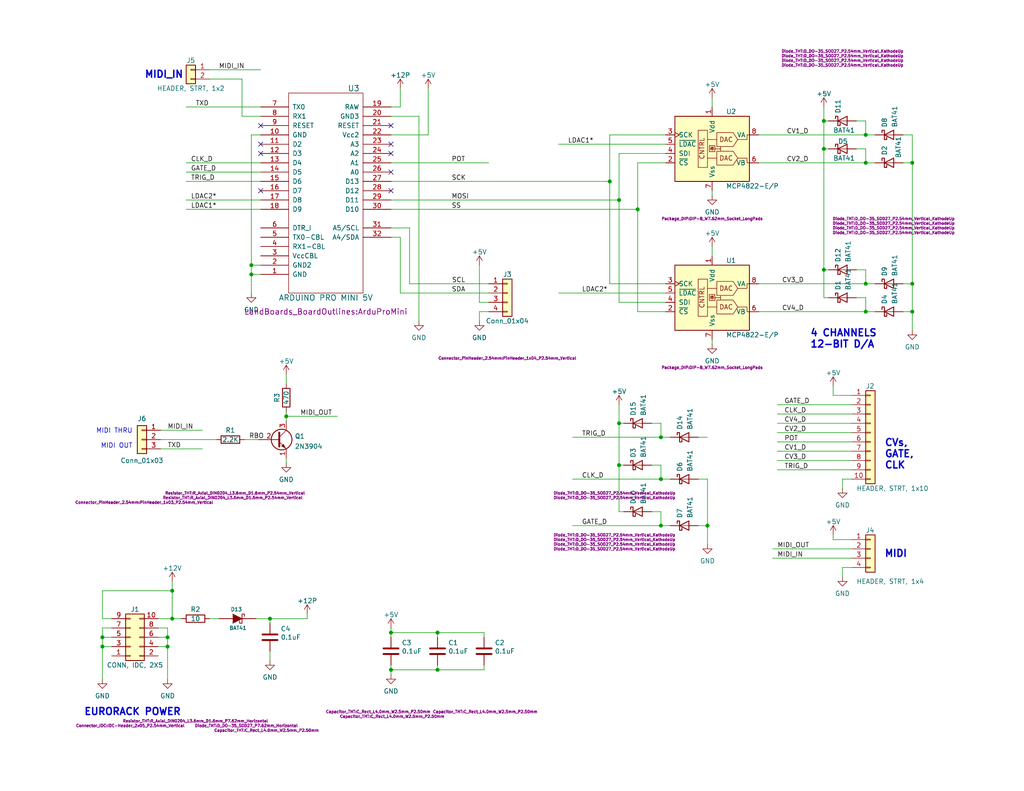
<source format=kicad_sch>
(kicad_sch (version 20211123) (generator eeschema)
  (paper "A")
  (title_block (title "SYNTH MIDI CONTROLLER") (date "2022-11-01") (rev "1") (company "LAND BOARDS LLC") (comment 1 "https://note.com/solder_state/n/n17e028497eba"))
  (lib_symbols
    (symbol "Analog_DAC:MCP4822" (pin_names (offset 1.016))
      (property "Reference" "U" (at -2.54 10.795 0))
      (property "Value" "MCP4822" (at -2.54 8.89 0))
      (symbol "MCP4822_0_0"
        (polyline (pts (xy 0 -1.778) (xy 0 -0.635)))
        (polyline (pts (xy 0.381 -0.889) (xy 0.508 -0.762)))
        (polyline (pts (xy 2.286 -1.143) (xy 2.286 -1.905)))
        (polyline (pts (xy 0.381 -0.889) (xy -0.381 -0.889) (xy -0.508 -1.016)))
        (polyline (pts (xy 0.762 -1.27) (xy 2.286 -1.27) (xy 2.286 -0.762)))
        (polyline (pts (xy 0 -0.889) (xy 0.508 -1.397) (xy -0.508 -1.397) (xy 0 -0.889)))
        (polyline (pts (xy 6.985 -3.81) (xy 9.525 -3.81) (xy 9.525 -5.08) (xy 10.16 -5.08)))
        (polyline (pts (xy 6.985 1.27) (xy 9.525 1.27) (xy 9.525 2.54) (xy 10.16 2.54)))
        (rectangle (start 0.762 -0.381) (end -0.762 -2.032))
        (text "CNTRL" (at -2.032 -4.191 900) (effects (font (size 1.27 1.27)) (justify left bottom)))
        (text "DAC" (at 3.81 -3.81 0) (effects (font (size 1.27 1.27))))
        (text "DAC" (at 3.81 1.27 0) (effects (font (size 1.27 1.27))))
      )
      (symbol "MCP4822_0_1"
        (rectangle (start -10.16 7.62) (end 10.16 -10.16) (stroke (width 0.254)) (fill (type background)))
        (rectangle (start -1.27 -6.35) (end -3.81 3.81))
        (polyline (pts (xy 1.27 -3.81) (xy -1.27 -3.81)))
        (polyline (pts (xy 1.27 1.27) (xy -1.27 1.27)))
        (polyline (pts (xy 6.985 -3.81) (xy 5.715 -1.905) (xy 1.27 -1.905) (xy 1.27 -5.715) (xy 5.715 -5.715) (xy 6.985 -3.81)))
        (polyline (pts (xy 6.985 1.27) (xy 5.715 3.175) (xy 1.27 3.175) (xy 1.27 -0.635) (xy 5.715 -0.635) (xy 6.985 1.27)))
      )
      (symbol "MCP4822_1_1"
        (pin power_in line (at 0 10.16 270) (length 2.54) (name "Vdd") (number "1"))
        (pin input line (at -12.7 -5.08 0) (length 2.54) (name "~{CS}") (number "2"))
        (pin input clock (at -12.7 2.54 0) (length 2.54) (name "SCK") (number "3"))
        (pin input line (at -12.7 -2.54 0) (length 2.54) (name "SDI") (number "4"))
        (pin input line (at -12.7 0 0) (length 2.54) (name "~{LDAC}") (number "5"))
        (pin output line (at 12.7 -5.08 180) (length 2.54) (name "VB") (number "6"))
        (pin power_in line (at 0 -12.7 90) (length 2.54) (name "Vss") (number "7"))
        (pin output line (at 12.7 2.54 180) (length 2.54) (name "VA") (number "8"))
      )
    )
    (symbol "Connector_Generic:Conn_01x02" (pin_names (offset 1.016) hide)
      (property "Reference" "J" (at 0 2.54 0))
      (property "Value" "Conn_01x02" (at 0 -5.08 0))
      (symbol "Conn_01x02_1_1"
        (rectangle (start -1.27 -2.413) (end 0 -2.667) (stroke (width 0.1524)))
        (rectangle (start -1.27 0.127) (end 0 -0.127) (stroke (width 0.1524)))
        (rectangle (start -1.27 1.27) (end 1.27 -3.81) (stroke (width 0.254)) (fill (type background)))
        (pin passive line (at -5.08 0 0) (length 3.81) (name "Pin_1") (number "1"))
        (pin passive line (at -5.08 -2.54 0) (length 3.81) (name "Pin_2") (number "2"))
      )
    )
    (symbol "Connector_Generic:Conn_01x03" (pin_names (offset 1.016) hide)
      (property "Reference" "J" (at 0 5.08 0))
      (property "Value" "Conn_01x03" (at 0 -5.08 0))
      (symbol "Conn_01x03_1_1"
        (rectangle (start -1.27 -2.413) (end 0 -2.667) (stroke (width 0.1524)))
        (rectangle (start -1.27 0.127) (end 0 -0.127) (stroke (width 0.1524)))
        (rectangle (start -1.27 2.667) (end 0 2.413) (stroke (width 0.1524)))
        (rectangle (start -1.27 3.81) (end 1.27 -3.81) (stroke (width 0.254)) (fill (type background)))
        (pin passive line (at -5.08 2.54 0) (length 3.81) (name "Pin_1") (number "1"))
        (pin passive line (at -5.08 0 0) (length 3.81) (name "Pin_2") (number "2"))
        (pin passive line (at -5.08 -2.54 0) (length 3.81) (name "Pin_3") (number "3"))
      )
    )
    (symbol "Connector_Generic:Conn_01x04" (pin_names (offset 1.016) hide)
      (property "Reference" "J" (at 0 5.08 0))
      (property "Value" "Conn_01x04" (at 0 -7.62 0))
      (symbol "Conn_01x04_1_1"
        (rectangle (start -1.27 -4.953) (end 0 -5.207) (stroke (width 0.1524)))
        (rectangle (start -1.27 -2.413) (end 0 -2.667) (stroke (width 0.1524)))
        (rectangle (start -1.27 0.127) (end 0 -0.127) (stroke (width 0.1524)))
        (rectangle (start -1.27 2.667) (end 0 2.413) (stroke (width 0.1524)))
        (rectangle (start -1.27 3.81) (end 1.27 -6.35) (stroke (width 0.254)) (fill (type background)))
        (pin passive line (at -5.08 2.54 0) (length 3.81) (name "Pin_1") (number "1"))
        (pin passive line (at -5.08 0 0) (length 3.81) (name "Pin_2") (number "2"))
        (pin passive line (at -5.08 -2.54 0) (length 3.81) (name "Pin_3") (number "3"))
        (pin passive line (at -5.08 -5.08 0) (length 3.81) (name "Pin_4") (number "4"))
      )
    )
    (symbol "Connector_Generic:Conn_01x10" (pin_names (offset 1.016) hide)
      (property "Reference" "J" (at 0 12.7 0))
      (property "Value" "Conn_01x10" (at 0 -15.24 0))
      (symbol "Conn_01x10_1_1"
        (rectangle (start -1.27 -12.573) (end 0 -12.827) (stroke (width 0.1524)))
        (rectangle (start -1.27 -10.033) (end 0 -10.287) (stroke (width 0.1524)))
        (rectangle (start -1.27 -7.493) (end 0 -7.747) (stroke (width 0.1524)))
        (rectangle (start -1.27 -4.953) (end 0 -5.207) (stroke (width 0.1524)))
        (rectangle (start -1.27 -2.413) (end 0 -2.667) (stroke (width 0.1524)))
        (rectangle (start -1.27 0.127) (end 0 -0.127) (stroke (width 0.1524)))
        (rectangle (start -1.27 2.667) (end 0 2.413) (stroke (width 0.1524)))
        (rectangle (start -1.27 5.207) (end 0 4.953) (stroke (width 0.1524)))
        (rectangle (start -1.27 7.747) (end 0 7.493) (stroke (width 0.1524)))
        (rectangle (start -1.27 10.287) (end 0 10.033) (stroke (width 0.1524)))
        (rectangle (start -1.27 11.43) (end 1.27 -13.97) (stroke (width 0.254)) (fill (type background)))
        (pin passive line (at -5.08 10.16 0) (length 3.81) (name "Pin_1") (number "1"))
        (pin passive line (at -5.08 -12.7 0) (length 3.81) (name "Pin_10") (number "10"))
        (pin passive line (at -5.08 7.62 0) (length 3.81) (name "Pin_2") (number "2"))
        (pin passive line (at -5.08 5.08 0) (length 3.81) (name "Pin_3") (number "3"))
        (pin passive line (at -5.08 2.54 0) (length 3.81) (name "Pin_4") (number "4"))
        (pin passive line (at -5.08 0 0) (length 3.81) (name "Pin_5") (number "5"))
        (pin passive line (at -5.08 -2.54 0) (length 3.81) (name "Pin_6") (number "6"))
        (pin passive line (at -5.08 -5.08 0) (length 3.81) (name "Pin_7") (number "7"))
        (pin passive line (at -5.08 -7.62 0) (length 3.81) (name "Pin_8") (number "8"))
        (pin passive line (at -5.08 -10.16 0) (length 3.81) (name "Pin_9") (number "9"))
      )
    )
    (symbol "Connector_Generic:Conn_02x05_Odd_Even" (pin_names (offset 1.016) hide)
      (property "Reference" "J" (at 1.27 7.62 0))
      (property "Value" "Conn_02x05_Odd_Even" (at 1.27 -7.62 0))
      (symbol "Conn_02x05_Odd_Even_1_1"
        (rectangle (start -1.27 -4.953) (end 0 -5.207) (stroke (width 0.1524)))
        (rectangle (start -1.27 -2.413) (end 0 -2.667) (stroke (width 0.1524)))
        (rectangle (start -1.27 0.127) (end 0 -0.127) (stroke (width 0.1524)))
        (rectangle (start -1.27 2.667) (end 0 2.413) (stroke (width 0.1524)))
        (rectangle (start -1.27 5.207) (end 0 4.953) (stroke (width 0.1524)))
        (rectangle (start -1.27 6.35) (end 3.81 -6.35) (stroke (width 0.254)) (fill (type background)))
        (rectangle (start 3.81 -4.953) (end 2.54 -5.207) (stroke (width 0.1524)))
        (rectangle (start 3.81 -2.413) (end 2.54 -2.667) (stroke (width 0.1524)))
        (rectangle (start 3.81 0.127) (end 2.54 -0.127) (stroke (width 0.1524)))
        (rectangle (start 3.81 2.667) (end 2.54 2.413) (stroke (width 0.1524)))
        (rectangle (start 3.81 5.207) (end 2.54 4.953) (stroke (width 0.1524)))
        (pin passive line (at -5.08 5.08 0) (length 3.81) (name "Pin_1") (number "1"))
        (pin passive line (at 7.62 -5.08 180) (length 3.81) (name "Pin_10") (number "10"))
        (pin passive line (at 7.62 5.08 180) (length 3.81) (name "Pin_2") (number "2"))
        (pin passive line (at -5.08 2.54 0) (length 3.81) (name "Pin_3") (number "3"))
        (pin passive line (at 7.62 2.54 180) (length 3.81) (name "Pin_4") (number "4"))
        (pin passive line (at -5.08 0 0) (length 3.81) (name "Pin_5") (number "5"))
        (pin passive line (at 7.62 0 180) (length 3.81) (name "Pin_6") (number "6"))
        (pin passive line (at -5.08 -2.54 0) (length 3.81) (name "Pin_7") (number "7"))
        (pin passive line (at 7.62 -2.54 180) (length 3.81) (name "Pin_8") (number "8"))
        (pin passive line (at -5.08 -5.08 0) (length 3.81) (name "Pin_9") (number "9"))
      )
    )
    (symbol "Device:C" (pin_numbers hide) (pin_names (offset 0.254))
      (property "Reference" "C" (at 0.635 2.54 0))
      (property "Value" "C" (at 0.635 -2.54 0))
      (symbol "C_0_1"
        (polyline (pts (xy -2.032 -0.762) (xy 2.032 -0.762)) (stroke (width 0.508)))
        (polyline (pts (xy -2.032 0.762) (xy 2.032 0.762)) (stroke (width 0.508)))
      )
      (symbol "C_1_1"
        (pin passive line (at 0 3.81 270) (length 2.794) (name "~") (number "1"))
        (pin passive line (at 0 -3.81 90) (length 2.794) (name "~") (number "2"))
      )
    )
    (symbol "Device:D_Schottky" (pin_numbers hide) (pin_names (offset 1.016) hide)
      (property "Reference" "D" (at 0 2.54 0))
      (property "Value" "D_Schottky" (at 0 -2.54 0))
      (symbol "D_Schottky_0_1"
        (polyline (pts (xy 1.27 0) (xy -1.27 0)))
        (polyline (pts (xy 1.27 1.27) (xy 1.27 -1.27) (xy -1.27 0) (xy 1.27 1.27)) (stroke (width 0.254)))
        (polyline (pts (xy -1.905 0.635) (xy -1.905 1.27) (xy -1.27 1.27) (xy -1.27 -1.27) (xy -0.635 -1.27) (xy -0.635 -0.635)) (stroke (width 0.254)))
      )
      (symbol "D_Schottky_1_1"
        (pin passive line (at -3.81 0 0) (length 2.54) (name "K") (number "1"))
        (pin passive line (at 3.81 0 180) (length 2.54) (name "A") (number "2"))
      )
    )
    (symbol "Device:R" (pin_numbers hide) (pin_names (offset 0))
      (property "Reference" "R" (at 2.032 0 90))
      (property "Value" "R" (at 0 0 90))
      (symbol "R_0_1"
        (rectangle (start -1.016 -2.54) (end 1.016 2.54) (stroke (width 0.254)))
      )
      (symbol "R_1_1"
        (pin passive line (at 0 3.81 270) (length 1.27) (name "~") (number "1"))
        (pin passive line (at 0 -3.81 90) (length 1.27) (name "~") (number "2"))
      )
    )
    (symbol "LandBoards_Semis:DIODESCH-fixed" (pin_numbers hide) (pin_names (offset 1.016) hide)
      (property "Reference" "D" (at 0 2.54 0))
      (property "Value" "DIODESCH-fixed" (at 0 -2.54 0))
      (symbol "DIODESCH-fixed_0_1"
        (polyline (pts (xy -1.27 1.27) (xy 1.27 0) (xy -1.27 -1.27)) (fill (type outline)))
        (polyline (pts (xy 1.905 0.635) (xy 1.905 1.27) (xy 1.27 1.27) (xy 1.27 -1.27) (xy 0.635 -1.27) (xy 0.635 -0.635)) (stroke (width 0.2032)))
      )
      (symbol "DIODESCH-fixed_1_1"
        (pin passive line (at 5.08 0 180) (length 3.81) (name "K") (number "1"))
        (pin passive line (at -5.08 0 0) (length 3.81) (name "A") (number "2"))
      )
    )
    (symbol "Transistor_BJT:2N3904" (pin_names (offset 0) hide)
      (property "Reference" "Q" (at 5.08 1.905 0))
      (property "Value" "2N3904" (at 5.08 0 0))
      (symbol "2N3904_0_1"
        (polyline (pts (xy 0.635 0.635) (xy 2.54 2.54)))
        (polyline (pts (xy 0.635 -0.635) (xy 2.54 -2.54) (xy 2.54 -2.54)))
        (polyline (pts (xy 0.635 1.905) (xy 0.635 -1.905) (xy 0.635 -1.905)) (stroke (width 0.508)))
        (polyline (pts (xy 1.27 -1.778) (xy 1.778 -1.27) (xy 2.286 -2.286) (xy 1.27 -1.778) (xy 1.27 -1.778)) (fill (type outline)))
        (circle (center 1.27 0) (radius 2.8194) (stroke (width 0.254)))
      )
      (symbol "2N3904_1_1"
        (pin passive line (at 2.54 -5.08 90) (length 2.54) (name "E") (number "1"))
        (pin passive line (at -5.08 0 0) (length 5.715) (name "B") (number "2"))
        (pin passive line (at 2.54 5.08 270) (length 2.54) (name "C") (number "3"))
      )
    )
    (symbol "VFO-003-rescue:ARDUPROMINI-ArduProMiniTKB" (pin_names (offset 1.016))
      (property "Reference" "uP" (at 10.16 19.05 0))
      (property "Value" "ARDUPROMINI-ArduProMiniTKB" (at 15.24 21.59 0))
      (symbol "ARDUPROMINI-ArduProMiniTKB_0_1"
        (polyline (pts (xy -10.16 -35.56) (xy -10.16 19.05) (xy 10.16 19.05) (xy 10.16 -35.56) (xy 0 -35.56) (xy -10.16 -35.56)))
      )
      (symbol "ARDUPROMINI-ArduProMiniTKB_1_1"
        (pin unspecified line (at -17.78 -30.48 0) (length 7.62) (name "GND") (number "1"))
        (pin unspecified line (at -17.78 7.62 0) (length 7.62) (name "GND") (number "10"))
        (pin bidirectional line (at -17.78 5.08 0) (length 7.62) (name "D2") (number "11"))
        (pin bidirectional line (at -17.78 2.54 0) (length 7.62) (name "D3") (number "12"))
        (pin bidirectional line (at -17.78 0 0) (length 7.62) (name "D4") (number "13"))
        (pin bidirectional line (at -17.78 -2.54 0) (length 7.62) (name "D5") (number "14"))
        (pin bidirectional line (at -17.78 -5.08 0) (length 7.62) (name "D6") (number "15"))
        (pin bidirectional line (at -17.78 -7.62 0) (length 7.62) (name "D7") (number "16"))
        (pin bidirectional line (at -17.78 -10.16 0) (length 7.62) (name "D8") (number "17"))
        (pin bidirectional line (at -17.78 -12.7 0) (length 7.62) (name "D9") (number "18"))
        (pin unspecified line (at 17.78 15.24 180) (length 7.62) (name "RAW") (number "19"))
        (pin unspecified line (at -17.78 -27.94 0) (length 7.62) (name "GND2") (number "2"))
        (pin unspecified line (at 17.78 12.7 180) (length 7.62) (name "GND3") (number "20"))
        (pin input line (at 17.78 10.16 180) (length 7.62) (name "RESET") (number "21"))
        (pin unspecified line (at 17.78 7.62 180) (length 7.62) (name "Vcc2") (number "22"))
        (pin bidirectional line (at 17.78 5.08 180) (length 7.62) (name "A3") (number "23"))
        (pin bidirectional line (at 17.78 2.54 180) (length 7.62) (name "A2") (number "24"))
        (pin bidirectional line (at 17.78 0 180) (length 7.62) (name "A1") (number "25"))
        (pin bidirectional line (at 17.78 -2.54 180) (length 7.62) (name "A0") (number "26"))
        (pin bidirectional line (at 17.78 -5.08 180) (length 7.62) (name "D13") (number "27"))
        (pin input line (at 17.78 -7.62 180) (length 7.62) (name "D12") (number "28"))
        (pin bidirectional line (at 17.78 -10.16 180) (length 7.62) (name "D11") (number "29"))
        (pin power_in line (at -17.78 -25.4 0) (length 7.62) (name "VccCBL") (number "3"))
        (pin bidirectional line (at 17.78 -12.7 180) (length 7.62) (name "D10") (number "30"))
        (pin bidirectional line (at 17.78 -17.78 180) (length 7.62) (name "A5/SCL") (number "31"))
        (pin bidirectional line (at 17.78 -20.32 180) (length 7.62) (name "A4/SDA") (number "32"))
        (pin unspecified line (at -17.78 -22.86 0) (length 7.62) (name "RX1-CBL") (number "4"))
        (pin unspecified line (at -17.78 -20.32 0) (length 7.62) (name "TX0-CBL") (number "5"))
        (pin unspecified line (at -17.78 -17.78 0) (length 7.62) (name "DTR_I") (number "6"))
        (pin bidirectional line (at -17.78 15.24 0) (length 7.62) (name "TX0") (number "7"))
        (pin bidirectional line (at -17.78 12.7 0) (length 7.62) (name "RX1") (number "8"))
        (pin input line (at -17.78 10.16 0) (length 7.62) (name "RESET") (number "9"))
      )
    )
    (symbol "power:+12P" (power) (pin_names (offset 0))
      (property "Value" "+12P" (at 0 3.556 0))
      (symbol "+12P_0_1"
        (polyline (pts (xy -0.762 1.27) (xy 0 2.54)))
        (polyline (pts (xy 0 0) (xy 0 2.54)))
        (polyline (pts (xy 0 2.54) (xy 0.762 1.27)))
      )
      (symbol "+12P_1_1"
        (pin power_in line (at 0 0 90) (length 0) hide (name "+12P") (number "1"))
      )
    )
    (symbol "power:+12V" (power) (pin_names (offset 0))
      (property "Value" "+12V" (at 0 3.556 0))
      (symbol "+12V_0_1"
        (polyline (pts (xy -0.762 1.27) (xy 0 2.54)))
        (polyline (pts (xy 0 0) (xy 0 2.54)))
        (polyline (pts (xy 0 2.54) (xy 0.762 1.27)))
      )
      (symbol "+12V_1_1"
        (pin power_in line (at 0 0 90) (length 0) hide (name "+12V") (number "1"))
      )
    )
    (symbol "power:+5V" (power) (pin_names (offset 0))
      (property "Value" "+5V" (at 0 3.556 0))
      (symbol "+5V_0_1"
        (polyline (pts (xy -0.762 1.27) (xy 0 2.54)))
        (polyline (pts (xy 0 0) (xy 0 2.54)))
        (polyline (pts (xy 0 2.54) (xy 0.762 1.27)))
      )
      (symbol "+5V_1_1"
        (pin power_in line (at 0 0 90) (length 0) hide (name "+5V") (number "1"))
      )
    )
    (symbol "power:GND" (power) (pin_names (offset 0))
      (property "Value" "GND" (at 0 -3.81 0))
      (symbol "GND_0_1"
        (polyline (pts (xy 0 0) (xy 0 -1.27) (xy 1.27 -1.27) (xy 0 -2.54) (xy -1.27 -1.27) (xy 0 -1.27)))
      )
      (symbol "GND_1_1"
        (pin power_in line (at 0 0 270) (length 0) hide (name "GND") (number "1"))
      )
    )
  )
  (junction (at 68.58 72.39))
  (junction (at 45.72 176.53))
  (junction (at 119.38 172.72))
  (junction (at 27.94 173.99))
  (junction (at 119.38 182.88))
  (junction (at 168.91 115.57))
  (junction (at 68.58 74.93))
  (junction (at 248.92 44.45))
  (junction (at 106.68 172.72))
  (junction (at 73.66 168.91))
  (junction (at 248.92 77.47))
  (junction (at 236.22 44.45))
  (junction (at 224.79 33.02))
  (junction (at 180.34 119.38))
  (junction (at 46.99 168.91))
  (junction (at 180.34 130.81))
  (junction (at 180.34 143.51))
  (junction (at 166.37 49.53))
  (junction (at 193.04 143.51))
  (junction (at 173.99 57.15))
  (junction (at 45.72 173.99))
  (junction (at 236.22 85.09))
  (junction (at 224.79 73.66))
  (junction (at 236.22 36.83))
  (junction (at 168.91 54.61))
  (junction (at 46.99 161.29))
  (junction (at 78.105 113.665))
  (junction (at 168.91 127))
  (junction (at 248.92 85.09))
  (junction (at 27.94 176.53))
  (junction (at 236.22 77.47))
  (junction (at 106.68 182.88))
  (junction (at 224.79 40.64))
  (no_connect (at 71.12 34.29))
  (no_connect (at 71.12 39.37))
  (no_connect (at 71.12 41.91))
  (no_connect (at 71.12 52.07))
  (no_connect (at 106.68 52.07))
  (no_connect (at 106.68 46.99))
  (no_connect (at 106.68 41.91))
  (no_connect (at 106.68 39.37))
  (no_connect (at 106.68 34.29))
  (wire (pts (xy 78.105 114.935) (xy 78.105 113.665)))
  (wire (pts (xy 45.72 173.99) (xy 45.72 176.53)))
  (wire (pts (xy 232.41 130.81) (xy 229.87 130.81)))
  (wire (pts (xy 236.22 77.47) (xy 238.76 77.47)))
  (wire (pts (xy 177.8 127) (xy 180.34 127)))
  (wire (pts (xy 236.22 33.02) (xy 236.22 36.83)))
  (wire (pts (xy 233.68 33.02) (xy 236.22 33.02)))
  (wire (pts (xy 152.4 39.37) (xy 181.61 39.37)))
  (wire (pts (xy 207.01 77.47) (xy 236.22 77.47)))
  (wire (pts (xy 130.81 85.09) (xy 130.81 87.63)))
  (wire (pts (xy 207.01 85.09) (xy 236.22 85.09)))
  (wire (pts (xy 50.8 49.53) (xy 71.12 49.53)))
  (wire (pts (xy 119.38 182.88) (xy 106.68 182.88)))
  (wire (pts (xy 224.79 29.21) (xy 224.79 33.02)))
  (wire (pts (xy 46.99 158.75) (xy 46.99 161.29)))
  (wire (pts (xy 194.31 92.71) (xy 194.31 93.98)))
  (wire (pts (xy 193.04 143.51) (xy 193.04 148.59)))
  (wire (pts (xy 180.34 130.81) (xy 182.88 130.81)))
  (wire (pts (xy 106.68 171.45) (xy 106.68 172.72)))
  (wire (pts (xy 232.41 107.95) (xy 227.33 107.95)))
  (wire (pts (xy 66.04 31.75) (xy 66.04 21.59)))
  (wire (pts (xy 50.8 57.15) (xy 71.12 57.15)))
  (wire (pts (xy 106.68 172.72) (xy 106.68 173.99)))
  (wire (pts (xy 232.41 152.4) (xy 210.82 152.4)))
  (wire (pts (xy 236.22 44.45) (xy 238.76 44.45)))
  (wire (pts (xy 46.99 161.29) (xy 46.99 168.91)))
  (wire (pts (xy 177.8 115.57) (xy 180.34 115.57)))
  (wire (pts (xy 133.35 77.47) (xy 111.76 77.47)))
  (wire (pts (xy 248.92 77.47) (xy 248.92 85.09)))
  (wire (pts (xy 50.8 29.21) (xy 71.12 29.21)))
  (wire (pts (xy 232.41 115.57) (xy 212.09 115.57)))
  (wire (pts (xy 43.815 120.015) (xy 59.055 120.015)))
  (wire (pts (xy 181.61 85.09) (xy 173.99 85.09)))
  (wire (pts (xy 173.99 44.45) (xy 173.99 57.15)))
  (wire (pts (xy 119.38 172.72) (xy 132.08 172.72)))
  (wire (pts (xy 106.68 36.83) (xy 116.84 36.83)))
  (wire (pts (xy 66.04 21.59) (xy 57.15 21.59)))
  (wire (pts (xy 43.18 171.45) (xy 45.72 171.45)))
  (wire (pts (xy 132.08 181.61) (xy 132.08 182.88)))
  (wire (pts (xy 224.79 40.64) (xy 226.06 40.64)))
  (wire (pts (xy 109.22 64.77) (xy 106.68 64.77)))
  (wire (pts (xy 78.105 125.095) (xy 78.105 126.365)))
  (wire (pts (xy 106.68 44.45) (xy 133.35 44.45)))
  (wire (pts (xy 194.31 67.31) (xy 194.31 69.85)))
  (wire (pts (xy 232.41 123.19) (xy 212.09 123.19)))
  (wire (pts (xy 83.82 168.91) (xy 83.82 167.64)))
  (wire (pts (xy 168.91 139.7) (xy 170.18 139.7)))
  (wire (pts (xy 224.79 73.66) (xy 226.06 73.66)))
  (wire (pts (xy 116.84 36.83) (xy 116.84 24.13)))
  (wire (pts (xy 30.48 171.45) (xy 27.94 171.45)))
  (wire (pts (xy 27.94 168.91) (xy 27.94 161.29)))
  (wire (pts (xy 232.41 120.65) (xy 212.09 120.65)))
  (wire (pts (xy 59.69 168.91) (xy 57.15 168.91)))
  (wire (pts (xy 224.79 73.66) (xy 224.79 81.28)))
  (wire (pts (xy 248.92 44.45) (xy 248.92 77.47)))
  (wire (pts (xy 78.105 102.235) (xy 78.105 104.775)))
  (wire (pts (xy 114.3 31.75) (xy 114.3 87.63)))
  (wire (pts (xy 232.41 125.73) (xy 212.09 125.73)))
  (wire (pts (xy 229.87 154.94) (xy 232.41 154.94)))
  (wire (pts (xy 168.91 41.91) (xy 168.91 54.61)))
  (wire (pts (xy 232.41 149.86) (xy 210.82 149.86)))
  (wire (pts (xy 232.41 113.03) (xy 212.09 113.03)))
  (wire (pts (xy 27.94 176.53) (xy 30.48 176.53)))
  (wire (pts (xy 232.41 128.27) (xy 212.09 128.27)))
  (wire (pts (xy 190.5 130.81) (xy 193.04 130.81)))
  (wire (pts (xy 156.21 119.38) (xy 180.34 119.38)))
  (wire (pts (xy 232.41 118.11) (xy 212.09 118.11)))
  (wire (pts (xy 68.58 74.93) (xy 68.58 80.01)))
  (wire (pts (xy 224.79 33.02) (xy 226.06 33.02)))
  (wire (pts (xy 50.8 54.61) (xy 71.12 54.61)))
  (wire (pts (xy 248.92 36.83) (xy 248.92 44.45)))
  (wire (pts (xy 68.58 72.39) (xy 68.58 74.93)))
  (wire (pts (xy 119.38 181.61) (xy 119.38 182.88)))
  (wire (pts (xy 207.01 36.83) (xy 236.22 36.83)))
  (wire (pts (xy 133.35 85.09) (xy 130.81 85.09)))
  (wire (pts (xy 229.87 130.81) (xy 229.87 133.35)))
  (wire (pts (xy 73.66 177.8) (xy 73.66 180.34)))
  (wire (pts (xy 106.68 182.88) (xy 106.68 181.61)))
  (wire (pts (xy 106.68 49.53) (xy 166.37 49.53)))
  (wire (pts (xy 43.815 122.555) (xy 55.245 122.555)))
  (wire (pts (xy 45.72 171.45) (xy 45.72 173.99)))
  (wire (pts (xy 166.37 49.53) (xy 166.37 77.47)))
  (wire (pts (xy 181.61 82.55) (xy 168.91 82.55)))
  (wire (pts (xy 236.22 81.28) (xy 236.22 85.09)))
  (wire (pts (xy 132.08 182.88) (xy 119.38 182.88)))
  (wire (pts (xy 248.92 85.09) (xy 248.92 90.17)))
  (wire (pts (xy 46.99 168.91) (xy 43.18 168.91)))
  (wire (pts (xy 227.33 146.05) (xy 227.33 147.32)))
  (wire (pts (xy 227.33 147.32) (xy 232.41 147.32)))
  (wire (pts (xy 233.68 40.64) (xy 236.22 40.64)))
  (wire (pts (xy 78.105 112.395) (xy 78.105 113.665)))
  (wire (pts (xy 166.37 36.83) (xy 166.37 49.53)))
  (wire (pts (xy 27.94 171.45) (xy 27.94 173.99)))
  (wire (pts (xy 180.34 119.38) (xy 182.88 119.38)))
  (wire (pts (xy 180.34 115.57) (xy 180.34 119.38)))
  (wire (pts (xy 224.79 81.28) (xy 226.06 81.28)))
  (wire (pts (xy 106.68 172.72) (xy 119.38 172.72)))
  (wire (pts (xy 73.66 168.91) (xy 83.82 168.91)))
  (wire (pts (xy 207.01 44.45) (xy 236.22 44.45)))
  (wire (pts (xy 156.21 143.51) (xy 180.34 143.51)))
  (wire (pts (xy 168.91 41.91) (xy 181.61 41.91)))
  (wire (pts (xy 173.99 44.45) (xy 181.61 44.45)))
  (wire (pts (xy 194.31 52.07) (xy 194.31 53.34)))
  (wire (pts (xy 168.91 127) (xy 170.18 127)))
  (wire (pts (xy 232.41 110.49) (xy 212.09 110.49)))
  (wire (pts (xy 106.68 57.15) (xy 173.99 57.15)))
  (wire (pts (xy 130.81 72.39) (xy 130.81 82.55)))
  (wire (pts (xy 190.5 119.38) (xy 193.04 119.38)))
  (wire (pts (xy 50.8 44.45) (xy 71.12 44.45)))
  (wire (pts (xy 66.04 31.75) (xy 71.12 31.75)))
  (wire (pts (xy 50.8 46.99) (xy 71.12 46.99)))
  (wire (pts (xy 180.34 143.51) (xy 182.88 143.51)))
  (wire (pts (xy 130.81 82.55) (xy 133.35 82.55)))
  (wire (pts (xy 109.22 80.01) (xy 109.22 64.77)))
  (wire (pts (xy 227.33 107.95) (xy 227.33 105.41)))
  (wire (pts (xy 233.68 81.28) (xy 236.22 81.28)))
  (wire (pts (xy 68.58 72.39) (xy 68.58 36.83)))
  (wire (pts (xy 236.22 40.64) (xy 236.22 44.45)))
  (wire (pts (xy 106.68 182.88) (xy 106.68 184.15)))
  (wire (pts (xy 106.68 62.23) (xy 111.76 62.23)))
  (wire (pts (xy 236.22 36.83) (xy 238.76 36.83)))
  (wire (pts (xy 106.68 31.75) (xy 114.3 31.75)))
  (wire (pts (xy 45.72 176.53) (xy 45.72 185.42)))
  (wire (pts (xy 30.48 168.91) (xy 27.94 168.91)))
  (wire (pts (xy 109.22 24.13) (xy 109.22 29.21)))
  (wire (pts (xy 46.99 168.91) (xy 49.53 168.91)))
  (wire (pts (xy 168.91 127) (xy 168.91 139.7)))
  (wire (pts (xy 119.38 172.72) (xy 119.38 173.99)))
  (wire (pts (xy 224.79 40.64) (xy 224.79 73.66)))
  (wire (pts (xy 229.87 154.94) (xy 229.87 157.48)))
  (wire (pts (xy 73.66 170.18) (xy 73.66 168.91)))
  (wire (pts (xy 132.08 172.72) (xy 132.08 173.99)))
  (wire (pts (xy 177.8 139.7) (xy 180.34 139.7)))
  (wire (pts (xy 27.94 173.99) (xy 30.48 173.99)))
  (wire (pts (xy 156.21 130.81) (xy 180.34 130.81)))
  (wire (pts (xy 68.58 36.83) (xy 71.12 36.83)))
  (wire (pts (xy 71.12 72.39) (xy 68.58 72.39)))
  (wire (pts (xy 27.94 173.99) (xy 27.94 176.53)))
  (wire (pts (xy 173.99 57.15) (xy 173.99 85.09)))
  (wire (pts (xy 78.105 113.665) (xy 92.075 113.665)))
  (wire (pts (xy 246.38 44.45) (xy 248.92 44.45)))
  (wire (pts (xy 43.18 176.53) (xy 45.72 176.53)))
  (wire (pts (xy 193.04 130.81) (xy 193.04 143.51)))
  (wire (pts (xy 180.34 127) (xy 180.34 130.81)))
  (wire (pts (xy 133.35 80.01) (xy 109.22 80.01)))
  (wire (pts (xy 111.76 77.47) (xy 111.76 62.23)))
  (wire (pts (xy 246.38 77.47) (xy 248.92 77.47)))
  (wire (pts (xy 106.68 54.61) (xy 168.91 54.61)))
  (wire (pts (xy 168.91 115.57) (xy 170.18 115.57)))
  (wire (pts (xy 190.5 143.51) (xy 193.04 143.51)))
  (wire (pts (xy 236.22 85.09) (xy 238.76 85.09)))
  (wire (pts (xy 57.15 19.05) (xy 71.12 19.05)))
  (wire (pts (xy 224.79 33.02) (xy 224.79 40.64)))
  (wire (pts (xy 181.61 77.47) (xy 166.37 77.47)))
  (wire (pts (xy 106.68 29.21) (xy 109.22 29.21)))
  (wire (pts (xy 69.85 168.91) (xy 73.66 168.91)))
  (wire (pts (xy 168.91 110.49) (xy 168.91 115.57)))
  (wire (pts (xy 43.815 117.475) (xy 55.245 117.475)))
  (wire (pts (xy 27.94 176.53) (xy 27.94 185.42)))
  (wire (pts (xy 152.4 80.01) (xy 181.61 80.01)))
  (wire (pts (xy 68.58 74.93) (xy 71.12 74.93)))
  (wire (pts (xy 246.38 85.09) (xy 248.92 85.09)))
  (wire (pts (xy 66.675 120.015) (xy 70.485 120.015)))
  (wire (pts (xy 43.18 173.99) (xy 45.72 173.99)))
  (wire (pts (xy 246.38 36.83) (xy 248.92 36.83)))
  (wire (pts (xy 236.22 73.66) (xy 236.22 77.47)))
  (wire (pts (xy 168.91 115.57) (xy 168.91 127)))
  (wire (pts (xy 194.31 26.67) (xy 194.31 29.21)))
  (wire (pts (xy 27.94 161.29) (xy 46.99 161.29)))
  (wire (pts (xy 166.37 36.83) (xy 181.61 36.83)))
  (wire (pts (xy 233.68 73.66) (xy 236.22 73.66)))
  (wire (pts (xy 180.34 139.7) (xy 180.34 143.51)))
  (wire (pts (xy 168.91 54.61) (xy 168.91 82.55)))
  (text "CVs,\nGATE,\nCLK" (at 241.3 128.27 0) (effects (font (size 1.905 1.905) (thickness 0.381) bold) (justify left bottom)))
  (text "MIDI_IN" (at 39.37 21.59 0) (effects (font (size 1.905 1.905) (thickness 0.381) bold) (justify left bottom)))
  (text "4 CHANNELS\n12-BIT D/A" (at 220.98 95.25 0) (effects (font (size 1.905 1.905) (thickness 0.381) bold) (justify left bottom)))
  (text "MIDI THRU\n\nMIDI OUT" (at 36.195 122.555 180) (effects (font (size 1.27 1.27)) (justify right bottom)))
  (text "MIDI" (at 247.65 152.4 180) (effects (font (size 1.905 1.905) (thickness 0.381) bold) (justify right bottom)))
  (text "EURORACK POWER" (at 22.86 195.58 0) (effects (font (size 1.905 1.905) (thickness 0.381) bold) (justify left bottom)))
  (label "MIDI_OUT" (at 212.09 149.86 0))
  (label "TRIG_D" (at 213.995 128.27 0))
  (label "TXD" (at 53.34 29.21 0))
  (label "CLK_D" (at 158.75 130.81 0))
  (label "CV2_D" (at 214.63 44.45 0))
  (label "CV1_D" (at 213.995 123.19 0))
  (label "GATE_D" (at 213.995 110.49 0))
  (label "LDAC2*" (at 52.07 54.61 0))
  (label "SCL" (at 127 77.47 180))
  (label "GATE_D" (at 52.07 46.99 0))
  (label "CLK_D" (at 52.07 44.45 0))
  (label "TRIG_D" (at 158.75 119.38 0))
  (label "POT" (at 123.19 44.45 0))
  (label "CV4_D" (at 213.995 115.57 0))
  (label "TRIG_D" (at 52.07 49.53 0))
  (label "MIDI_OUT" (at 81.915 113.665 0))
  (label "LDAC2*" (at 158.75 80.01 0))
  (label "MIDI_IN" (at 59.69 19.05 0))
  (label "MOSI" (at 123.19 54.61 0))
  (label "MIDI_IN" (at 212.09 152.4 0))
  (label "RBO" (at 67.945 120.015 0))
  (label "CV3_D" (at 213.995 125.73 0))
  (label "CV4_D" (at 213.36 85.09 0))
  (label "CV3_D" (at 213.36 77.47 0))
  (label "SCK" (at 123.19 49.53 0))
  (label "CV1_D" (at 214.63 36.83 0))
  (label "CLK_D" (at 213.995 113.03 0))
  (label "GATE_D" (at 158.75 143.51 0))
  (label "SDA" (at 127 80.01 180))
  (label "MIDI_IN" (at 45.72 117.475 0))
  (label "POT" (at 213.995 120.65 0))
  (label "SS" (at 123.19 57.15 0))
  (label "LDAC1*" (at 154.94 39.37 0))
  (label "CV2_D" (at 213.995 118.11 0))
  (label "LDAC1*" (at 52.07 57.15 0))
  (label "TXD" (at 45.72 122.555 0))
  (symbol (lib_id "power:GND") (at 68.58 80.01 0) (mirror y) (unit 1)
    (property "Reference" "#PWR0109" (effects hide))
    (property "Value" "GND" (at 68.58 84.5725 0))
  )
  (symbol (lib_id "Device:D_Schottky") (at 186.69 143.51 0) (unit 1)
    (property "Reference" "D7" (at 185.464 141.478 90) (effects (justify left)))
    (property "Value" "BAT41" (at 188.2391 141.478 90) (effects (justify left)))
    (property "Footprint" "Diode_THT:D_DO-35_SOD27_P2.54mm_Vertical_KathodeUp" (at 167.64 149.86 0) (effects (font (size 0.762 0.762))))
  )
  (symbol (lib_id "Analog_DAC:MCP4822") (at 194.31 39.37 0) (unit 1)
    (property "Reference" "U2" (at 198.12 30.48 0) (effects (justify left)))
    (property "Value" "MCP4822-E/P" (at 198.12 50.8 0) (effects (justify left)))
    (property "Footprint" "Package_DIP:DIP-8_W7.62mm_Socket_LongPads" (at 194.31 59.69 0) (effects (font (size 0.762 0.762))))
  )
  (symbol (lib_id "Analog_DAC:MCP4822") (at 194.31 80.01 0) (unit 1)
    (property "Reference" "U1" (at 198.12 71.12 0) (effects (justify left)))
    (property "Value" "MCP4822-E/P" (at 198.12 91.44 0) (effects (justify left)))
    (property "Footprint" "Package_DIP:DIP-8_W7.62mm_Socket_LongPads" (at 194.31 100.33 0) (effects (font (size 0.762 0.762))))
  )
  (symbol (lib_id "power:GND") (at 27.94 185.42 0) (unit 1)
    (property "Reference" "#PWR0125" (effects hide))
    (property "Value" "GND" (at 27.94 189.9825 0))
  )
  (symbol (lib_id "Device:D_Schottky") (at 229.87 40.64 0) (unit 1)
    (property "Reference" "D5" (at 228.644 38.608 0) (effects (justify left)))
    (property "Value" "BAT41" (at 227.33 43.18 0) (effects (justify left)))
    (property "Footprint" "Diode_THT:D_DO-35_SOD27_P2.54mm_Vertical_KathodeUp" (at 229.87 16.51 0) (effects (font (size 0.762 0.762))))
  )
  (symbol (lib_id "Connector_Generic:Conn_01x04") (at 138.43 80.01 0) (unit 1)
    (property "Reference" "J3" (at 138.43 74.93 0))
    (property "Value" "Conn_01x04" (at 138.43 87.63 0))
    (property "Footprint" "Connector_PinHeader_2.54mm:PinHeader_1x04_P2.54mm_Vertical" (at 138.43 97.79 0) (effects (font (size 0.762 0.762))))
  )
  (symbol (lib_id "Connector_Generic:Conn_01x02") (at 52.07 19.05 0) (mirror y) (unit 1)
    (property "Reference" "J5" (at 52.07 16.51 0))
    (property "Value" "HEADER, STRT, 1x2" (at 52.07 24.13 0))
    (property "Footprint" "Connector_PinHeader_2.54mm:PinHeader_1x02_P2.54mm_Vertical" (effects hide))
  )
  (symbol (lib_id "Device:R") (at 62.865 120.015 270) (mirror x) (unit 1)
    (property "Reference" "R1" (at 62.865 117.475 90))
    (property "Value" "2.2K" (at 62.865 120.015 90))
    (property "Footprint" "Resistor_THT:R_Axial_DIN0204_L3.6mm_D1.6mm_P2.54mm_Vertical" (at 63.5 135.89 90) (effects (font (size 0.762 0.762))))
  )
  (symbol (lib_id "power:GND") (at 194.31 93.98 0) (unit 1)
    (property "Reference" "#PWR0144" (effects hide))
    (property "Value" "GND" (at 194.31 98.5425 0))
  )
  (symbol (lib_id "power:+5V") (at 194.31 67.31 0) (unit 1)
    (property "Reference" "#PWR0102" (effects hide))
    (property "Value" "+5V" (at 194.31 63.7055 0))
  )
  (symbol (lib_id "Device:C") (at 132.08 177.8 0) (unit 1)
    (property "Reference" "C2" (at 135.001 175.4886 0) (effects (justify left)))
    (property "Value" "0.1uF" (at 135.001 177.8 0) (effects (justify left)))
    (property "Footprint" "Capacitor_THT:C_Rect_L4.0mm_W2.5mm_P2.50mm" (at 118.11 194.31 0) (effects (font (size 0.762 0.762)) (justify left)))
  )
  (symbol (lib_id "power:+5V") (at 194.31 26.67 0) (unit 1)
    (property "Reference" "#PWR0104" (effects hide))
    (property "Value" "+5V" (at 194.31 23.0655 0))
  )
  (symbol (lib_id "Device:D_Schottky") (at 242.57 77.47 0) (unit 1)
    (property "Reference" "D9" (at 241.344 75.438 90) (effects (justify left)))
    (property "Value" "BAT41" (at 244.1191 75.438 90) (effects (justify left)))
    (property "Footprint" "Diode_THT:D_DO-35_SOD27_P2.54mm_Vertical_KathodeUp" (at 243.84 60.96 0) (effects (font (size 0.762 0.762))))
  )
  (symbol (lib_id "Device:D_Schottky") (at 242.57 36.83 0) (unit 1)
    (property "Reference" "D8" (at 241.344 34.798 90) (effects (justify left)))
    (property "Value" "BAT41" (at 244.1191 34.798 90) (effects (justify left)))
    (property "Footprint" "Diode_THT:D_DO-35_SOD27_P2.54mm_Vertical_KathodeUp" (at 229.87 15.24 0) (effects (font (size 0.762 0.762))))
  )
  (symbol (lib_id "power:GND") (at 130.81 87.63 0) (mirror y) (unit 1)
    (property "Reference" "#PWR0108" (effects hide))
    (property "Value" "GND" (at 130.81 92.1925 0))
  )
  (symbol (lib_id "Device:C") (at 119.38 177.8 0) (unit 1)
    (property "Reference" "C1" (at 122.301 175.4886 0) (effects (justify left)))
    (property "Value" "0.1uF" (at 122.301 177.8 0) (effects (justify left)))
    (property "Footprint" "Capacitor_THT:C_Rect_L4.0mm_W2.5mm_P2.50mm" (at 88.9 194.31 0) (effects (font (size 0.762 0.762)) (justify left)))
  )
  (symbol (lib_id "Device:R") (at 53.34 168.91 90) (unit 1)
    (property "Reference" "R2" (at 53.34 166.37 90))
    (property "Value" "10" (at 53.34 168.91 90))
    (property "Footprint" "Resistor_THT:R_Axial_DIN0204_L3.6mm_D1.6mm_P7.62mm_Horizontal" (at 53.34 196.85 90) (effects (font (size 0.762 0.762))))
  )
  (symbol (lib_id "Device:D_Schottky") (at 229.87 81.28 0) (unit 1)
    (property "Reference" "D1" (at 228.644 79.248 90) (effects (justify left)))
    (property "Value" "BAT41" (at 231.4191 79.248 90) (effects (justify left)))
    (property "Footprint" "Diode_THT:D_DO-35_SOD27_P2.54mm_Vertical_KathodeUp" (at 243.84 62.23 0) (effects (font (size 0.762 0.762))))
  )
  (symbol (lib_id "VFO-003-rescue:ARDUPROMINI-ArduProMiniTKB") (at 88.9 44.45 0) (unit 1)
    (property "Reference" "U3" (at 96.52 24.13 0) (effects (font (size 1.524 1.524))))
    (property "Value" "ARDUINO PRO MINI 5V" (at 88.9 81.28 0) (effects (font (size 1.524 1.524))))
    (property "Footprint" "LandBoards_BoardOutlines:ArduProMini" (at 88.9 85.09 0) (effects (font (size 1.524 1.524))))
  )
  (symbol (lib_id "power:+5V") (at 227.33 146.05 0) (mirror y) (unit 1)
    (property "Reference" "#PWR0116" (effects hide))
    (property "Value" "+5V" (at 227.33 142.4455 0))
  )
  (symbol (lib_id "power:+5V") (at 130.81 72.39 0) (unit 1)
    (property "Reference" "#PWR0103" (effects hide))
    (property "Value" "+5V" (at 130.81 68.7855 0))
  )
  (symbol (lib_id "Device:D_Schottky") (at 242.57 44.45 0) (unit 1)
    (property "Reference" "D2" (at 241.344 42.418 90) (effects (justify left)))
    (property "Value" "BAT41" (at 245.11 43.18 90) (effects (justify left)))
    (property "Footprint" "Diode_THT:D_DO-35_SOD27_P2.54mm_Vertical_KathodeUp" (at 229.87 17.78 0) (effects (font (size 0.762 0.762))))
  )
  (symbol (lib_id "power:GND") (at 248.92 90.17 0) (unit 1)
    (property "Reference" "#PWR0112" (effects hide))
    (property "Value" "GND" (at 248.92 94.7325 0))
  )
  (symbol (lib_id "Device:D_Schottky") (at 173.99 127 0) (unit 1)
    (property "Reference" "D3" (at 172.764 124.968 90) (effects (justify left)))
    (property "Value" "BAT41" (at 175.5391 124.968 90) (effects (justify left)))
    (property "Footprint" "Diode_THT:D_DO-35_SOD27_P2.54mm_Vertical_KathodeUp" (at 167.64 146.05 0) (effects (font (size 0.762 0.762))))
  )
  (symbol (lib_id "power:+5V") (at 168.91 110.49 0) (unit 1)
    (property "Reference" "#PWR0115" (effects hide))
    (property "Value" "+5V" (at 168.91 106.8855 0))
  )
  (symbol (lib_id "Device:R") (at 78.105 108.585 180) (unit 1)
    (property "Reference" "R3" (at 75.565 108.585 90))
    (property "Value" "470" (at 78.105 108.585 90))
    (property "Footprint" "Resistor_THT:R_Axial_DIN0204_L3.6mm_D1.6mm_P2.54mm_Vertical" (at 64.135 134.62 0) (effects (font (size 0.762 0.762))))
  )
  (symbol (lib_id "Device:D_Schottky") (at 229.87 73.66 0) (unit 1)
    (property "Reference" "D12" (at 228.644 71.628 90) (effects (justify left)))
    (property "Value" "BAT41" (at 231.4191 71.628 90) (effects (justify left)))
    (property "Footprint" "Diode_THT:D_DO-35_SOD27_P2.54mm_Vertical_KathodeUp" (at 243.84 59.69 0) (effects (font (size 0.762 0.762))))
  )
  (symbol (lib_id "power:GND") (at 229.87 133.35 0) (mirror y) (unit 1)
    (property "Reference" "#PWR0117" (effects hide))
    (property "Value" "GND" (at 229.87 137.9125 0))
  )
  (symbol (lib_id "Device:D_Schottky") (at 229.87 33.02 0) (unit 1)
    (property "Reference" "D11" (at 228.644 30.988 90) (effects (justify left)))
    (property "Value" "BAT41" (at 227.33 35.56 0) (effects (justify left)))
    (property "Footprint" "Diode_THT:D_DO-35_SOD27_P2.54mm_Vertical_KathodeUp" (at 229.87 13.97 0) (effects (font (size 0.762 0.762))))
  )
  (symbol (lib_id "Device:D_Schottky") (at 242.57 85.09 0) (unit 1)
    (property "Reference" "D4" (at 241.344 83.058 90) (effects (justify left)))
    (property "Value" "BAT41" (at 244.1191 83.058 90) (effects (justify left)))
    (property "Footprint" "Diode_THT:D_DO-35_SOD27_P2.54mm_Vertical_KathodeUp" (at 243.84 63.5 0) (effects (font (size 0.762 0.762))))
  )
  (symbol (lib_id "LandBoards_Semis:DIODESCH-fixed") (at 64.77 168.91 0) (unit 1)
    (property "Reference" "D13" (at 66.04 166.37 0) (effects (font (size 1.016 1.016)) (justify right)))
    (property "Value" "BAT41" (at 67.31 171.45 0) (effects (font (size 1.016 1.016)) (justify right)))
    (property "Footprint" "Diode_THT:D_DO-35_SOD27_P7.62mm_Horizontal" (at 81.28 198.12 0) (effects (font (size 0.762 0.762)) (justify right)))
    (property "Datasheet" "https://www.mouser.com/ProductDetail/onsemi-Fairchild/1N4148?qs=i4Fj9T%2FoRm8RMUhj5DeFQg%3D%3D" (effects hide))
  )
  (symbol (lib_id "Device:C") (at 106.68 177.8 0) (unit 1)
    (property "Reference" "C3" (at 109.601 175.4886 0) (effects (justify left)))
    (property "Value" "0.1uF" (at 109.601 177.8 0) (effects (justify left)))
    (property "Footprint" "Capacitor_THT:C_Rect_L4.0mm_W2.5mm_P2.50mm" (at 92.71 195.58 0) (effects (font (size 0.762 0.762)) (justify left)))
  )
  (symbol (lib_id "power:GND") (at 193.04 148.59 0) (unit 1)
    (property "Reference" "#PWR0114" (effects hide))
    (property "Value" "GND" (at 193.04 153.1525 0))
  )
  (symbol (lib_id "power:+5V") (at 116.84 24.13 0) (unit 1)
    (property "Reference" "#PWR0107" (effects hide))
    (property "Value" "+5V" (at 116.84 20.5255 0))
  )
  (symbol (lib_id "Connector_Generic:Conn_01x10") (at 237.49 118.11 0) (unit 1)
    (property "Reference" "J2" (at 236.22 105.41 0) (effects (justify left)))
    (property "Value" "HEADER, STRT, 1x10" (at 233.68 133.35 0) (effects (justify left)))
    (property "Footprint" "Connector_PinHeader_2.54mm:PinHeader_1x10_P2.54mm_Vertical" (effects hide))
  )
  (symbol (lib_id "Device:D_Schottky") (at 173.99 115.57 0) (unit 1)
    (property "Reference" "D15" (at 172.764 113.538 90) (effects (justify left)))
    (property "Value" "BAT41" (at 175.5391 113.538 90) (effects (justify left)))
    (property "Footprint" "Diode_THT:D_DO-35_SOD27_P2.54mm_Vertical_KathodeUp" (at 167.64 134.62 0) (effects (font (size 0.762 0.762))))
  )
  (symbol (lib_id "power:+12P") (at 109.22 24.13 0) (unit 1)
    (property "Reference" "#PWR0106" (effects hide))
    (property "Value" "+12P" (at 109.22 20.5255 0))
  )
  (symbol (lib_id "power:GND") (at 45.72 185.42 0) (unit 1)
    (property "Reference" "#PWR0124" (effects hide))
    (property "Value" "GND" (at 45.72 189.9825 0))
  )
  (symbol (lib_id "power:+5V") (at 227.33 105.41 0) (mirror y) (unit 1)
    (property "Reference" "#PWR0134" (effects hide))
    (property "Value" "+5V" (at 227.33 101.8055 0))
  )
  (symbol (lib_id "power:GND") (at 194.31 53.34 0) (unit 1)
    (property "Reference" "#PWR0140" (effects hide))
    (property "Value" "GND" (at 194.31 57.9025 0))
  )
  (symbol (lib_id "power:+5V") (at 78.105 102.235 0) (unit 1)
    (property "Reference" "#PWR0118" (effects hide))
    (property "Value" "+5V" (at 78.105 98.6305 0))
  )
  (symbol (lib_id "power:+12V") (at 46.99 158.75 0) (unit 1)
    (property "Reference" "#PWR0130" (effects hide))
    (property "Value" "+12V" (at 46.99 155.1455 0))
  )
  (symbol (lib_id "power:GND") (at 114.3 87.63 0) (mirror y) (unit 1)
    (property "Reference" "#PWR0105" (effects hide))
    (property "Value" "GND" (at 114.3 92.1925 0))
  )
  (symbol (lib_id "power:GND") (at 106.68 184.15 0) (unit 1)
    (property "Reference" "#PWR0147" (effects hide))
    (property "Value" "GND" (at 106.68 188.7125 0))
  )
  (symbol (lib_id "Device:D_Schottky") (at 186.69 119.38 0) (unit 1)
    (property "Reference" "D14" (at 185.464 117.348 90) (effects (justify left)))
    (property "Value" "BAT41" (at 188.2391 117.348 90) (effects (justify left)))
    (property "Footprint" "Diode_THT:D_DO-35_SOD27_P2.54mm_Vertical_KathodeUp" (at 167.64 135.89 0) (effects (font (size 0.762 0.762))))
  )
  (symbol (lib_id "Device:C") (at 73.66 173.99 0) (unit 1)
    (property "Reference" "C4" (at 76.581 171.6786 0) (effects (justify left)))
    (property "Value" "0.1uF" (at 76.581 173.99 0) (effects (justify left)))
    (property "Footprint" "Capacitor_THT:C_Rect_L4.0mm_W2.5mm_P2.50mm" (at 58.42 199.39 0) (effects (font (size 0.762 0.762)) (justify left)))
  )
  (symbol (lib_id "power:GND") (at 73.66 180.34 0) (unit 1)
    (property "Reference" "#PWR0101" (effects hide))
    (property "Value" "GND" (at 73.66 184.9025 0))
  )
  (symbol (lib_id "Connector_Generic:Conn_01x03") (at 38.735 120.015 0) (mirror y) (unit 1)
    (property "Reference" "J6" (at 38.735 114.3 0))
    (property "Value" "Conn_01x03" (at 38.735 125.73 0))
    (property "Footprint" "Connector_PinHeader_2.54mm:PinHeader_1x03_P2.54mm_Vertical" (at 39.37 137.16 0) (effects (font (size 0.762 0.762))))
  )
  (symbol (lib_id "Connector_Generic:Conn_02x05_Odd_Even") (at 35.56 173.99 0) (mirror x) (unit 1)
    (property "Reference" "J1" (at 36.83 166.37 0))
    (property "Value" "CONN, IDC, 2X5" (at 36.83 181.61 0))
    (property "Footprint" "Connector_IDC:IDC-Header_2x05_P2.54mm_Vertical" (at 35.56 198.12 0) (effects (font (size 0.762 0.762))))
  )
  (symbol (lib_id "Device:D_Schottky") (at 173.99 139.7 0) (unit 1)
    (property "Reference" "D10" (at 172.764 137.668 90) (effects (justify left)))
    (property "Value" "BAT41" (at 175.5391 137.668 90) (effects (justify left)))
    (property "Footprint" "Diode_THT:D_DO-35_SOD27_P2.54mm_Vertical_KathodeUp" (at 167.64 148.59 0) (effects (font (size 0.762 0.762))))
  )
  (symbol (lib_id "power:GND") (at 229.87 157.48 0) (mirror y) (unit 1)
    (property "Reference" "#PWR0135" (effects hide))
    (property "Value" "GND" (at 229.87 162.0425 0))
  )
  (symbol (lib_id "power:+5V") (at 224.79 29.21 0) (unit 1)
    (property "Reference" "#PWR0113" (effects hide))
    (property "Value" "+5V" (at 224.79 25.6055 0))
  )
  (symbol (lib_id "Connector_Generic:Conn_01x04") (at 237.49 149.86 0) (unit 1)
    (property "Reference" "J4" (at 236.22 144.78 0) (effects (justify left)))
    (property "Value" "HEADER, STRT, 1x4" (at 233.68 158.75 0) (effects (justify left)))
    (property "Footprint" "Connector_PinHeader_2.54mm:PinHeader_1x04_P2.54mm_Vertical" (effects hide))
  )
  (symbol (lib_id "power:GND") (at 78.105 126.365 0) (mirror y) (unit 1)
    (property "Reference" "#PWR0119" (effects hide))
    (property "Value" "GND" (at 78.105 130.9275 0))
  )
  (symbol (lib_id "Transistor_BJT:2N3904") (at 75.565 120.015 0) (unit 1)
    (property "Reference" "Q1" (at 80.4163 119.1065 0) (effects (justify left)))
    (property "Value" "2N3904" (at 80.4163 121.8816 0) (effects (justify left)))
    (property "Footprint" "Package_TO_SOT_THT:TO-92_Inline" (effects hide))
    (property "Datasheet" "https://www.onsemi.com/pub/Collateral/2N3903-D.PDF" (effects hide))
  )
  (symbol (lib_id "Device:D_Schottky") (at 186.69 130.81 0) (unit 1)
    (property "Reference" "D6" (at 185.464 128.778 90) (effects (justify left)))
    (property "Value" "BAT41" (at 188.2391 128.778 90) (effects (justify left)))
    (property "Footprint" "Diode_THT:D_DO-35_SOD27_P2.54mm_Vertical_KathodeUp" (at 167.64 147.32 0) (effects (font (size 0.762 0.762))))
  )
  (symbol (lib_id "power:+12P") (at 83.82 167.64 0) (unit 1)
    (property "Reference" "#PWR0111" (effects hide))
    (property "Value" "+12P" (at 83.82 164.0355 0))
  )
  (symbol (lib_id "power:+5V") (at 106.68 171.45 0) (unit 1)
    (property "Reference" "#PWR0110" (effects hide))
    (property "Value" "+5V" (at 106.68 167.8455 0))
  )
)
</source>
